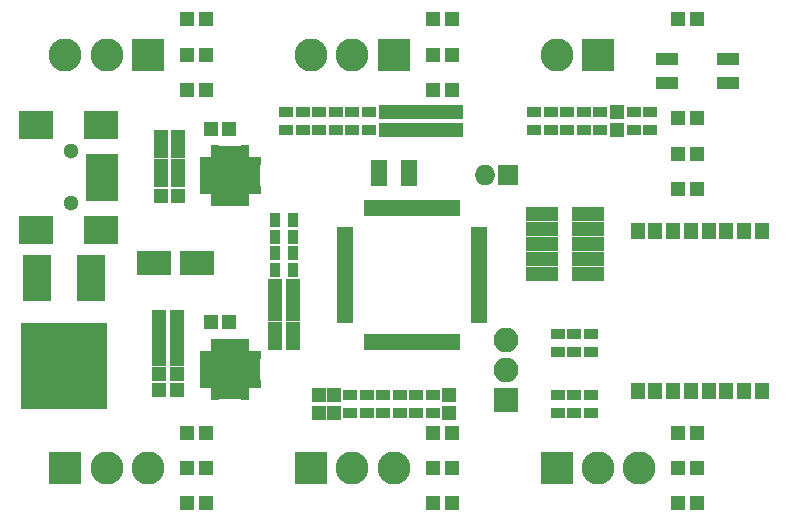
<source format=gbr>
G04 #@! TF.FileFunction,Soldermask,Top*
%FSLAX46Y46*%
G04 Gerber Fmt 4.6, Leading zero omitted, Abs format (unit mm)*
G04 Created by KiCad (PCBNEW 4.0.6) date 2017 July 12, Wednesday 19:30:04*
%MOMM*%
%LPD*%
G01*
G04 APERTURE LIST*
%ADD10C,0.100000*%
%ADD11R,1.300000X0.900000*%
%ADD12R,0.650000X1.400000*%
%ADD13R,1.400000X0.650000*%
%ADD14R,1.200000X1.150000*%
%ADD15R,1.750000X1.750000*%
%ADD16O,1.750000X1.750000*%
%ADD17R,2.100000X2.100000*%
%ADD18O,2.100000X2.100000*%
%ADD19R,1.200000X1.200000*%
%ADD20R,1.400000X2.200000*%
%ADD21R,1.300000X1.400000*%
%ADD22R,2.400000X3.900000*%
%ADD23R,7.400000X7.400000*%
%ADD24R,1.850000X1.100000*%
%ADD25R,0.900000X1.300000*%
%ADD26R,2.800000X1.150000*%
%ADD27C,2.800000*%
%ADD28R,2.800000X2.800000*%
%ADD29R,2.700000X0.900000*%
%ADD30R,2.900000X2.400000*%
%ADD31C,1.300000*%
%ADD32R,1.150000X1.200000*%
%ADD33R,3.000000X2.000000*%
%ADD34R,0.700000X1.225000*%
%ADD35R,0.700000X1.250000*%
%ADD36R,1.225000X0.700000*%
%ADD37R,1.250000X0.700000*%
%ADD38R,3.000000X3.000000*%
G04 APERTURE END LIST*
D10*
D11*
X251000000Y-137350000D03*
X251000000Y-135850000D03*
D12*
X241000000Y-125150000D03*
X240500000Y-125150000D03*
X240000000Y-125150000D03*
X239500000Y-125150000D03*
X239000000Y-125150000D03*
X238500000Y-125150000D03*
X238000000Y-125150000D03*
X237500000Y-125150000D03*
X237000000Y-125150000D03*
X236500000Y-125150000D03*
X236000000Y-125150000D03*
X235500000Y-125150000D03*
X235000000Y-125150000D03*
X234500000Y-125150000D03*
X234000000Y-125150000D03*
X233500000Y-125150000D03*
D13*
X231550000Y-127100000D03*
X231550000Y-127600000D03*
X231550000Y-128100000D03*
X231550000Y-128600000D03*
X231550000Y-129100000D03*
X231550000Y-129600000D03*
X231550000Y-130100000D03*
X231550000Y-130600000D03*
X231550000Y-131100000D03*
X231550000Y-131600000D03*
X231550000Y-132100000D03*
X231550000Y-132600000D03*
X231550000Y-133100000D03*
X231550000Y-133600000D03*
X231550000Y-134100000D03*
X231550000Y-134600000D03*
D12*
X233500000Y-136550000D03*
X234000000Y-136550000D03*
X234500000Y-136550000D03*
X235000000Y-136550000D03*
X235500000Y-136550000D03*
X236000000Y-136550000D03*
X236500000Y-136550000D03*
X237000000Y-136550000D03*
X237500000Y-136550000D03*
X238000000Y-136550000D03*
X238500000Y-136550000D03*
X239000000Y-136550000D03*
X239500000Y-136550000D03*
X240000000Y-136550000D03*
X240500000Y-136550000D03*
X241000000Y-136550000D03*
D13*
X242950000Y-134600000D03*
X242950000Y-134100000D03*
X242950000Y-133600000D03*
X242950000Y-133100000D03*
X242950000Y-132600000D03*
X242950000Y-132100000D03*
X242950000Y-131600000D03*
X242950000Y-131100000D03*
X242950000Y-130600000D03*
X242950000Y-130100000D03*
X242950000Y-129600000D03*
X242950000Y-129100000D03*
X242950000Y-128600000D03*
X242950000Y-128100000D03*
X242950000Y-127600000D03*
X242950000Y-127100000D03*
D14*
X227150000Y-133000000D03*
X225650000Y-133000000D03*
D15*
X245400000Y-122400000D03*
D16*
X243400000Y-122400000D03*
D17*
X245200000Y-141400000D03*
D18*
X245200000Y-138860000D03*
X245200000Y-136320000D03*
D19*
X239000000Y-147200000D03*
X240600000Y-147200000D03*
X239000000Y-144200000D03*
X240600000Y-144200000D03*
X239000000Y-150200000D03*
X240600000Y-150200000D03*
D14*
X215950000Y-121600000D03*
X217450000Y-121600000D03*
X215850000Y-140600000D03*
X217350000Y-140600000D03*
X215850000Y-138000000D03*
X217350000Y-138000000D03*
X217450000Y-122800000D03*
X215950000Y-122800000D03*
X217350000Y-139200000D03*
X215850000Y-139200000D03*
X215950000Y-124200000D03*
X217450000Y-124200000D03*
X220250000Y-118500000D03*
X221750000Y-118500000D03*
X220250000Y-134800000D03*
X221750000Y-134800000D03*
X217450000Y-120400000D03*
X215950000Y-120400000D03*
X217350000Y-136800000D03*
X215850000Y-136800000D03*
X217450000Y-119200000D03*
X215950000Y-119200000D03*
X217350000Y-135600000D03*
X215850000Y-135600000D03*
D20*
X236950000Y-122200000D03*
X234450000Y-122200000D03*
D21*
X256350000Y-127150000D03*
X256350000Y-140650000D03*
X257850000Y-140650000D03*
X259350000Y-140650000D03*
X260850000Y-140650000D03*
X262350000Y-140650000D03*
X263850000Y-140650000D03*
X265350000Y-140650000D03*
X266850000Y-140650000D03*
X266850000Y-127150000D03*
X265350000Y-127150000D03*
X263850000Y-127150000D03*
X262350000Y-127150000D03*
X260850000Y-127150000D03*
X259350000Y-127150000D03*
X257850000Y-127150000D03*
D22*
X210050000Y-131125000D03*
X205470000Y-131125000D03*
D23*
X207750000Y-138525000D03*
D24*
X258820000Y-114600000D03*
X263980000Y-114600000D03*
X263980000Y-112600000D03*
X258820000Y-112600000D03*
D11*
X251800000Y-117050000D03*
X251800000Y-118550000D03*
X253200000Y-117050000D03*
X253200000Y-118550000D03*
X256000000Y-118550000D03*
X256000000Y-117050000D03*
X249600000Y-137350000D03*
X249600000Y-135850000D03*
X252400000Y-137350000D03*
X252400000Y-135850000D03*
D25*
X227150000Y-127600000D03*
X225650000Y-127600000D03*
X227150000Y-130400000D03*
X225650000Y-130400000D03*
X227150000Y-129000000D03*
X225650000Y-129000000D03*
D11*
X250400000Y-118550000D03*
X250400000Y-117050000D03*
X257400000Y-118550000D03*
X257400000Y-117050000D03*
X249000000Y-117050000D03*
X249000000Y-118550000D03*
X247600000Y-117050000D03*
X247600000Y-118550000D03*
X230800000Y-118550000D03*
X230800000Y-117050000D03*
X232200000Y-118550000D03*
X232200000Y-117050000D03*
X233600000Y-118550000D03*
X233600000Y-117050000D03*
X226600000Y-118550000D03*
X226600000Y-117050000D03*
X228000000Y-118550000D03*
X228000000Y-117050000D03*
X229400000Y-118550000D03*
X229400000Y-117050000D03*
X232000000Y-141050000D03*
X232000000Y-142550000D03*
X233400000Y-141050000D03*
X233400000Y-142550000D03*
X234800000Y-141050000D03*
X234800000Y-142550000D03*
X236200000Y-141050000D03*
X236200000Y-142550000D03*
X237600000Y-141050000D03*
X237600000Y-142550000D03*
X239000000Y-141050000D03*
X239000000Y-142550000D03*
X249600000Y-141050000D03*
X249600000Y-142550000D03*
X251000000Y-141050000D03*
X251000000Y-142550000D03*
X252400000Y-141050000D03*
X252400000Y-142550000D03*
D26*
X252150000Y-130740000D03*
X248250000Y-130740000D03*
X252150000Y-129470000D03*
X248250000Y-129470000D03*
X252150000Y-128200000D03*
X248250000Y-128200000D03*
X252150000Y-126930000D03*
X248250000Y-126930000D03*
X252150000Y-125660000D03*
X248250000Y-125660000D03*
D27*
X249500000Y-112200000D03*
D28*
X253000000Y-112200000D03*
D27*
X232200000Y-112200000D03*
X228700000Y-112200000D03*
D28*
X235700000Y-112200000D03*
D27*
X211400000Y-112200000D03*
X207900000Y-112200000D03*
D28*
X214900000Y-112200000D03*
D27*
X232200000Y-147200000D03*
X235700000Y-147200000D03*
D28*
X228700000Y-147200000D03*
D29*
X211000000Y-121000000D03*
X211000000Y-121800000D03*
X211000000Y-122600000D03*
X211000000Y-123400000D03*
X211000000Y-124200000D03*
D30*
X210900000Y-118150000D03*
X205400000Y-118150000D03*
X210900000Y-127050000D03*
X205400000Y-127050000D03*
D31*
X208400000Y-120400000D03*
X208400000Y-124800000D03*
D19*
X259800000Y-109200000D03*
X261400000Y-109200000D03*
X259800000Y-117600000D03*
X261400000Y-117600000D03*
X259800000Y-120600000D03*
X261400000Y-120600000D03*
X259800000Y-123600000D03*
X261400000Y-123600000D03*
X239000000Y-112200000D03*
X240600000Y-112200000D03*
X239000000Y-109200000D03*
X240600000Y-109200000D03*
X239000000Y-115200000D03*
X240600000Y-115200000D03*
X218200000Y-112200000D03*
X219800000Y-112200000D03*
X218200000Y-109200000D03*
X219800000Y-109200000D03*
X218200000Y-115200000D03*
X219800000Y-115200000D03*
X218200000Y-147200000D03*
X219800000Y-147200000D03*
X218200000Y-144200000D03*
X219800000Y-144200000D03*
X218200000Y-150200000D03*
X219800000Y-150200000D03*
X259800000Y-147200000D03*
X261400000Y-147200000D03*
X259800000Y-144200000D03*
X261400000Y-144200000D03*
X259800000Y-150200000D03*
X261400000Y-150200000D03*
D32*
X254600000Y-118550000D03*
X254600000Y-117050000D03*
D33*
X215400000Y-129800000D03*
X219000000Y-129800000D03*
D32*
X235000000Y-118550000D03*
X235000000Y-117050000D03*
D14*
X215850000Y-134400000D03*
X217350000Y-134400000D03*
D32*
X236200000Y-118550000D03*
X236200000Y-117050000D03*
D14*
X227150000Y-134200000D03*
X225650000Y-134200000D03*
X227150000Y-136600000D03*
X225650000Y-136600000D03*
X227150000Y-135400000D03*
X225650000Y-135400000D03*
D32*
X237400000Y-118550000D03*
X237400000Y-117050000D03*
X240400000Y-141050000D03*
X240400000Y-142550000D03*
D14*
X227150000Y-131800000D03*
X225650000Y-131800000D03*
D32*
X230600000Y-141050000D03*
X230600000Y-142550000D03*
X229400000Y-141050000D03*
X229400000Y-142550000D03*
X238600000Y-118550000D03*
X238600000Y-117050000D03*
X239800000Y-118550000D03*
X239800000Y-117050000D03*
X241000000Y-118550000D03*
X241000000Y-117050000D03*
D27*
X211400000Y-147200000D03*
X214900000Y-147200000D03*
D28*
X207900000Y-147200000D03*
D25*
X225650000Y-126200000D03*
X227150000Y-126200000D03*
D27*
X253000000Y-147200000D03*
X256500000Y-147200000D03*
D28*
X249500000Y-147200000D03*
D34*
X220600000Y-140825000D03*
D35*
X221100000Y-140800000D03*
X221600000Y-140800000D03*
X222100000Y-140800000D03*
X222600000Y-140800000D03*
D34*
X223100000Y-140825000D03*
D36*
X223825000Y-140100000D03*
D37*
X223800000Y-139600000D03*
X223800000Y-139100000D03*
X223800000Y-138600000D03*
X223800000Y-138100000D03*
D36*
X223825000Y-137600000D03*
D34*
X223100000Y-136875000D03*
D35*
X222600000Y-136900000D03*
X222100000Y-136900000D03*
X221600000Y-136900000D03*
X221100000Y-136900000D03*
D34*
X220600000Y-136875000D03*
D36*
X219875000Y-137600000D03*
D37*
X219900000Y-138100000D03*
X219900000Y-138600000D03*
X219900000Y-139100000D03*
X219900000Y-139600000D03*
X219900000Y-140100000D03*
D38*
X221850000Y-138850000D03*
D34*
X220600000Y-124425000D03*
D35*
X221100000Y-124400000D03*
X221600000Y-124400000D03*
X222100000Y-124400000D03*
X222600000Y-124400000D03*
D34*
X223100000Y-124425000D03*
D36*
X223825000Y-123700000D03*
D37*
X223800000Y-123200000D03*
X223800000Y-122700000D03*
X223800000Y-122200000D03*
X223800000Y-121700000D03*
D36*
X223825000Y-121200000D03*
D34*
X223100000Y-120475000D03*
D35*
X222600000Y-120500000D03*
X222100000Y-120500000D03*
X221600000Y-120500000D03*
X221100000Y-120500000D03*
D34*
X220600000Y-120475000D03*
D36*
X219875000Y-121200000D03*
D37*
X219900000Y-121700000D03*
X219900000Y-122200000D03*
X219900000Y-122700000D03*
X219900000Y-123200000D03*
X219900000Y-123700000D03*
D38*
X221850000Y-122450000D03*
M02*

</source>
